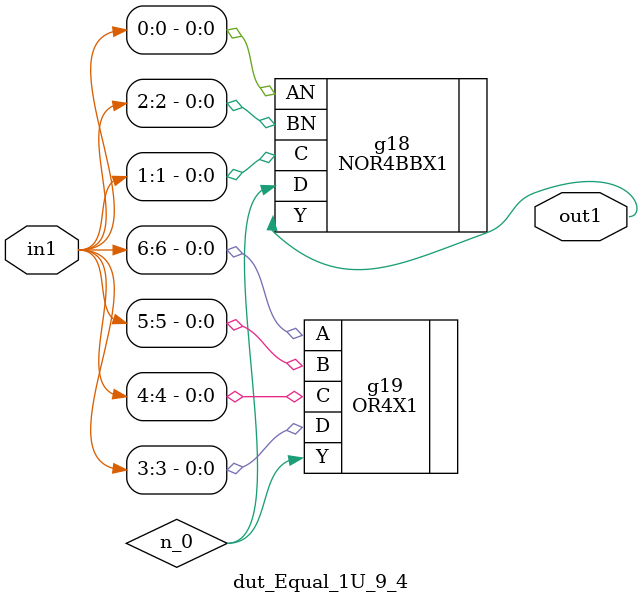
<source format=v>
`timescale 1ps / 1ps


module dut_Equal_1U_9_4(in1, out1);
  input [6:0] in1;
  output out1;
  wire [6:0] in1;
  wire out1;
  wire n_0;
  NOR4BBX1 g18(.AN (in1[0]), .BN (in1[2]), .C (in1[1]), .D (n_0), .Y
       (out1));
  OR4X1 g19(.A (in1[6]), .B (in1[5]), .C (in1[4]), .D (in1[3]), .Y
       (n_0));
endmodule



</source>
